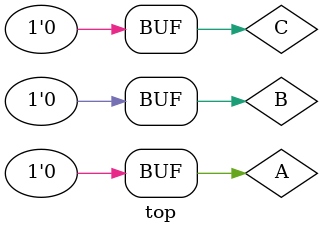
<source format=v>
`timescale 1ns / 1ps
module top();
	reg C;
	wire #5 A;
	assign #10 A = C;
	wire #10 B;
	assign #5 B = C;
	initial
	begin
		C=0;
		#8 C = 1;
		#3 C = 0;
	end
endmodule

</source>
